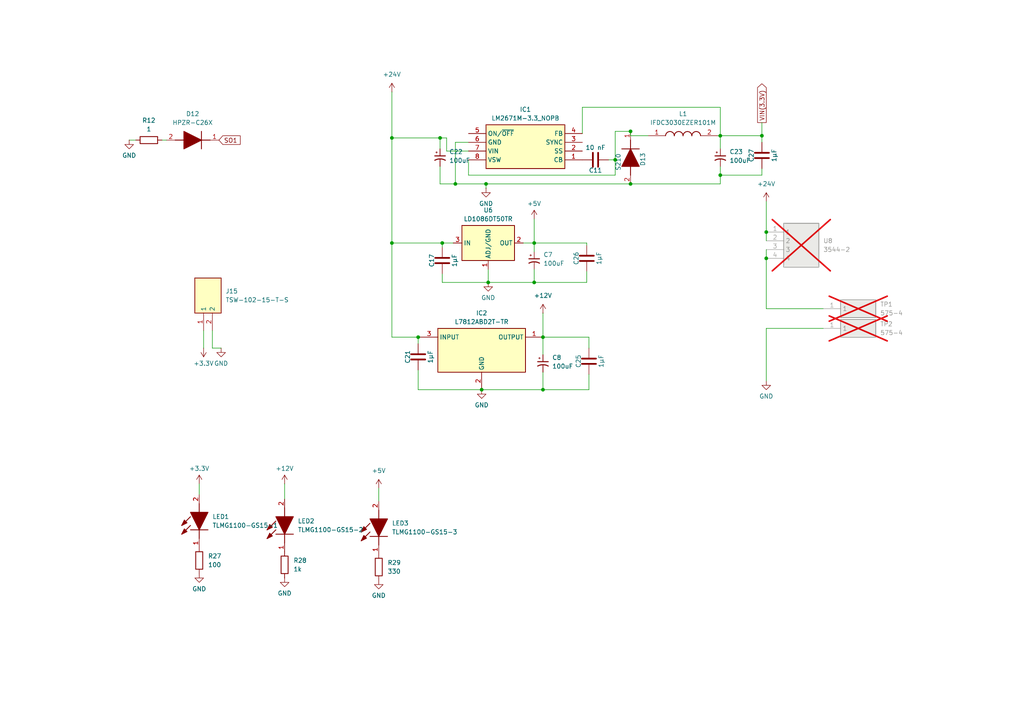
<source format=kicad_sch>
(kicad_sch (version 20231120) (generator "eeschema") (generator_version "8.0")
  (paper "A4")
  (lib_symbols
    (symbol "Device:C" (pin_numbers hide) (pin_names (offset 0.254))
      (property "Reference" "C" (at 0.635 2.54 0))
      (property "Value" "C" (at 0.635 -2.54 0))
      (symbol "C_0_1"
        (polyline (pts (xy -2.032 -0.762) (xy 2.032 -0.762)) (stroke (width 0.508)))
        (polyline (pts (xy -2.032 0.762) (xy 2.032 0.762)) (stroke (width 0.508)))
      )
      (symbol "C_1_1"
        (pin passive line (at 0 3.81 270) (length 2.794) (name "~") (number "1"))
        (pin passive line (at 0 -3.81 90) (length 2.794) (name "~") (number "2"))
      )
    )
    (symbol "Device:C_Polarized_Small_US" (pin_numbers hide) (pin_names (offset 0.254) hide)
      (property "Reference" "C" (at 0.254 1.778 0))
      (property "Value" "C_Polarized_Small_US" (at 0.254 -2.032 0))
      (symbol "C_Polarized_Small_US_0_1"
        (polyline (pts (xy -1.524 0.508) (xy 1.524 0.508)) (stroke (width 0.3048)))
        (polyline (pts (xy -1.27 1.524) (xy -0.762 1.524)))
        (polyline (pts (xy -1.016 1.27) (xy -1.016 1.778)))
        (arc (start 1.524 -0.762) (mid 0 -0.3734) (end -1.524 -0.762) (stroke (width 0.3048)))
      )
      (symbol "C_Polarized_Small_US_1_1"
        (pin passive line (at 0 2.54 270) (length 2.032) (name "~") (number "1"))
        (pin passive line (at 0 -2.54 90) (length 2.032) (name "~") (number "2"))
      )
    )
    (symbol "Device:R" (pin_numbers hide) (pin_names (offset 0))
      (property "Reference" "R" (at 2.032 0 90))
      (property "Value" "R" (at 0 0 90))
      (symbol "R_0_1"
        (rectangle (start -1.016 -2.54) (end 1.016 2.54) (stroke (width 0.254)))
      )
      (symbol "R_1_1"
        (pin passive line (at 0 3.81 270) (length 1.27) (name "~") (number "1"))
        (pin passive line (at 0 -3.81 90) (length 1.27) (name "~") (number "2"))
      )
    )
    (symbol "Regulator_Linear:LD1086DT50TR"
      (property "Reference" "U" (at 0 10.16 0))
      (property "Value" "LD1086DT50TR" (at 0 7.62 0))
      (symbol "LD1086DT50TR_1_1"
        (rectangle (start -7.62 -5.08) (end 7.62 5.08) (stroke (width 0.254)) (fill (type background)))
        (pin input line (at 0 -7.62 90) (length 2.54) (name "ADJ/GND") (number "1"))
        (pin power_out line (at 10.16 0 180) (length 2.54) (name "OUT") (number "2"))
        (pin power_in line (at -10.16 0 0) (length 2.54) (name "IN") (number "3"))
      )
    )
    (symbol "SamacSys_Parts:3544-2"
      (property "Reference" "U" (at 16.51 7.62 0))
      (property "Value" "3544-2" (at 16.51 5.08 0))
      (symbol "3544-2_1_1"
        (rectangle (start 5.08 2.54) (end 15.24 -10.16) (stroke (width 0.254)) (fill (type background)))
        (pin passive line (at 0 0 0) (length 5.08) (name "1") (number "1"))
        (pin passive line (at 0 -2.54 0) (length 5.08) (name "2") (number "2"))
        (pin passive line (at 0 -5.08 0) (length 5.08) (name "3") (number "3"))
        (pin passive line (at 0 -7.62 0) (length 5.08) (name "4") (number "4"))
      )
    )
    (symbol "SamacSys_Parts:575-4"
      (property "Reference" "TP" (at 16.51 7.62 0))
      (property "Value" "575-4" (at 16.51 5.08 0))
      (symbol "575-4_1_1"
        (rectangle (start 5.08 2.54) (end 15.24 -2.54) (stroke (width 0.254)) (fill (type background)))
        (pin passive line (at 0 0 0) (length 5.08) (name "1") (number "1"))
      )
    )
    (symbol "SamacSys_Parts:HPZR-C26X" (pin_names hide)
      (property "Reference" "D" (at 11.43 5.08 0))
      (property "Value" "HPZR-C26X" (at 11.43 2.54 0))
      (symbol "HPZR-C26X_1_1"
        (polyline (pts (xy 2.54 0) (xy 5.08 0)) (stroke (width 0.254)))
        (polyline (pts (xy 5.08 2.54) (xy 5.08 -2.54)) (stroke (width 0.254)))
        (polyline (pts (xy 10.16 0) (xy 12.7 0)) (stroke (width 0.254)))
        (polyline (pts (xy 5.08 0) (xy 10.16 2.54) (xy 10.16 -2.54) (xy 5.08 0)) (stroke (width 0.254)) (fill (type outline)))
        (pin passive line (at 0 0 0) (length 2.54) (name "K") (number "1"))
        (pin passive line (at 15.24 0 180) (length 2.54) (name "A") (number "2"))
      )
    )
    (symbol "SamacSys_Parts:IFDC3030EZER101M" (pin_names hide)
      (property "Reference" "L" (at 16.51 6.35 0))
      (property "Value" "IFDC3030EZER101M" (at 16.51 3.81 0))
      (symbol "IFDC3030EZER101M_1_1"
        (arc (start 7.62 0) (mid 6.35 1.219) (end 5.08 0) (stroke (width 0.254)))
        (arc (start 10.16 0) (mid 8.89 1.219) (end 7.62 0) (stroke (width 0.254)))
        (arc (start 12.7 0) (mid 11.43 1.219) (end 10.16 0) (stroke (width 0.254)))
        (arc (start 15.24 0) (mid 13.97 1.219) (end 12.7 0) (stroke (width 0.254)))
        (pin passive line (at 0 0 0) (length 5.08) (name "1") (number "1"))
        (pin passive line (at 20.32 0 180) (length 5.08) (name "2") (number "2"))
      )
    )
    (symbol "SamacSys_Parts:L7812ABD2T-TR"
      (property "Reference" "IC" (at 31.75 7.62 0))
      (property "Value" "L7812ABD2T-TR" (at 31.75 5.08 0))
      (symbol "L7812ABD2T-TR_1_1"
        (rectangle (start 5.08 2.54) (end 30.48 -10.16) (stroke (width 0.254)) (fill (type background)))
        (pin passive line (at 35.56 0 180) (length 5.08) (name "OUTPUT") (number "1"))
        (pin passive line (at 17.78 -15.24 90) (length 5.08) (name "GND") (number "2"))
        (pin passive line (at 0 0 0) (length 5.08) (name "INPUT") (number "3"))
      )
    )
    (symbol "SamacSys_Parts:LM2671M-3.3_NOPB"
      (property "Reference" "IC" (at 29.21 7.62 0))
      (property "Value" "LM2671M-3.3_NOPB" (at 29.21 5.08 0))
      (symbol "LM2671M-3.3_NOPB_1_1"
        (rectangle (start 5.08 2.54) (end 27.94 -10.16) (stroke (width 0.254)) (fill (type background)))
        (pin passive line (at 0 0 0) (length 5.08) (name "CB") (number "1"))
        (pin passive line (at 0 -2.54 0) (length 5.08) (name "SS") (number "2"))
        (pin passive line (at 0 -5.08 0) (length 5.08) (name "SYNC") (number "3"))
        (pin passive line (at 0 -7.62 0) (length 5.08) (name "FB") (number "4"))
        (pin passive line (at 33.02 -7.62 180) (length 5.08) (name "ON/~{OFF}") (number "5"))
        (pin passive line (at 33.02 -5.08 180) (length 5.08) (name "GND") (number "6"))
        (pin passive line (at 33.02 -2.54 180) (length 5.08) (name "VIN") (number "7"))
        (pin passive line (at 33.02 0 180) (length 5.08) (name "VSW") (number "8"))
      )
    )
    (symbol "SamacSys_Parts:S210" (pin_names hide)
      (property "Reference" "D" (at 11.43 5.08 0))
      (property "Value" "S210" (at 11.43 2.54 0))
      (symbol "S210_1_1"
        (polyline (pts (xy 2.54 0) (xy 5.08 0)) (stroke (width 0.254)))
        (polyline (pts (xy 5.08 2.54) (xy 5.08 -2.54)) (stroke (width 0.254)))
        (polyline (pts (xy 10.16 0) (xy 12.7 0)) (stroke (width 0.254)))
        (polyline (pts (xy 5.08 0) (xy 10.16 2.54) (xy 10.16 -2.54) (xy 5.08 0)) (stroke (width 0.254)) (fill (type outline)))
        (pin passive line (at 0 0 0) (length 2.54) (name "K") (number "1"))
        (pin passive line (at 15.24 0 180) (length 2.54) (name "A") (number "2"))
      )
    )
    (symbol "SamacSys_Parts:TLMG1100-GS15" (pin_names hide)
      (property "Reference" "LED" (at 12.7 8.89 0))
      (property "Value" "TLMG1100-GS15" (at 12.7 6.35 0))
      (symbol "TLMG1100-GS15_1_1"
        (polyline (pts (xy 2.54 0) (xy 5.08 0)) (stroke (width 0.254)))
        (polyline (pts (xy 5.08 2.54) (xy 5.08 -2.54)) (stroke (width 0.254)))
        (polyline (pts (xy 6.35 2.54) (xy 3.81 5.08)) (stroke (width 0.254)))
        (polyline (pts (xy 8.89 2.54) (xy 6.35 5.08)) (stroke (width 0.254)))
        (polyline (pts (xy 10.16 0) (xy 12.7 0)) (stroke (width 0.254)))
        (polyline (pts (xy 5.08 0) (xy 10.16 2.54) (xy 10.16 -2.54) (xy 5.08 0)) (stroke (width 0.254)) (fill (type outline)))
        (polyline (pts (xy 5.334 4.318) (xy 4.572 3.556) (xy 3.81 5.08) (xy 5.334 4.318)) (stroke (width 0.254)) (fill (type outline)))
        (polyline (pts (xy 7.874 4.318) (xy 7.112 3.556) (xy 6.35 5.08) (xy 7.874 4.318)) (stroke (width 0.254)) (fill (type outline)))
        (pin passive line (at 0 0 0) (length 2.54) (name "K") (number "1"))
        (pin passive line (at 15.24 0 180) (length 2.54) (name "A") (number "2"))
      )
    )
    (symbol "SamacSys_Parts:TSW-102-15-T-S"
      (property "Reference" "J" (at 16.51 7.62 0))
      (property "Value" "TSW-102-15-T-S" (at 16.51 5.08 0))
      (symbol "TSW-102-15-T-S_1_1"
        (rectangle (start 5.08 2.54) (end 15.24 -5.08) (stroke (width 0.254)) (fill (type background)))
        (pin passive line (at 0 0 0) (length 5.08) (name "1") (number "1"))
        (pin passive line (at 0 -2.54 0) (length 5.08) (name "2") (number "2"))
      )
    )
    (symbol "power:+12V" (power) (pin_numbers hide) (pin_names (offset 0) hide)
      (property "Value" "+12V" (at 0 3.556 0))
      (symbol "+12V_0_1"
        (polyline (pts (xy -0.762 1.27) (xy 0 2.54)))
        (polyline (pts (xy 0 0) (xy 0 2.54)))
        (polyline (pts (xy 0 2.54) (xy 0.762 1.27)))
      )
      (symbol "+12V_1_1"
        (pin power_in line (at 0 0 90) (length 0) (name "~") (number "1"))
      )
    )
    (symbol "power:+24V" (power) (pin_numbers hide) (pin_names (offset 0) hide)
      (property "Value" "+24V" (at 0 3.556 0))
      (symbol "+24V_0_1"
        (polyline (pts (xy -0.762 1.27) (xy 0 2.54)))
        (polyline (pts (xy 0 0) (xy 0 2.54)))
        (polyline (pts (xy 0 2.54) (xy 0.762 1.27)))
      )
      (symbol "+24V_1_1"
        (pin power_in line (at 0 0 90) (length 0) (name "~") (number "1"))
      )
    )
    (symbol "power:+3.3V" (power) (pin_numbers hide) (pin_names (offset 0) hide)
      (property "Value" "+3.3V" (at 0 3.556 0))
      (symbol "+3.3V_0_1"
        (polyline (pts (xy -0.762 1.27) (xy 0 2.54)))
        (polyline (pts (xy 0 0) (xy 0 2.54)))
        (polyline (pts (xy 0 2.54) (xy 0.762 1.27)))
      )
      (symbol "+3.3V_1_1"
        (pin power_in line (at 0 0 90) (length 0) (name "~") (number "1"))
      )
    )
    (symbol "power:+5V" (power) (pin_numbers hide) (pin_names (offset 0) hide)
      (property "Value" "+5V" (at 0 3.556 0))
      (symbol "+5V_0_1"
        (polyline (pts (xy -0.762 1.27) (xy 0 2.54)))
        (polyline (pts (xy 0 0) (xy 0 2.54)))
        (polyline (pts (xy 0 2.54) (xy 0.762 1.27)))
      )
      (symbol "+5V_1_1"
        (pin power_in line (at 0 0 90) (length 0) (name "~") (number "1"))
      )
    )
    (symbol "power:GND" (power) (pin_numbers hide) (pin_names (offset 0) hide)
      (property "Value" "GND" (at 0 -3.81 0))
      (symbol "GND_0_1"
        (polyline (pts (xy 0 0) (xy 0 -1.27) (xy 1.27 -1.27) (xy 0 -2.54) (xy -1.27 -1.27) (xy 0 -1.27)))
      )
      (symbol "GND_1_1"
        (pin power_in line (at 0 0 270) (length 0) (name "~") (number "1"))
      )
    )
  )
  (junction (at 208.915 39.37))
  (junction (at 182.88 38.1))
  (junction (at 157.48 97.79))
  (junction (at 222.25 67.31))
  (junction (at 222.25 74.93))
  (junction (at 127.635 40.005))
  (junction (at 113.665 70.485))
  (junction (at 121.285 97.79))
  (junction (at 154.94 70.485))
  (junction (at 113.665 40.005))
  (junction (at 182.88 53.34))
  (junction (at 128.27 70.485))
  (junction (at 154.94 81.915))
  (junction (at 208.915 50.8))
  (junction (at 178.435 46.355))
  (junction (at 132.08 53.34))
  (junction (at 157.48 113.03))
  (junction (at 139.7 113.03))
  (junction (at 141.605 81.915))
  (junction (at 220.98 39.37))
  (junction (at 140.97 53.34))
  (wire (pts (xy 135.89 50.8) (xy 178.435 50.8)))
  (wire (pts (xy 170.18 78.74) (xy 170.18 81.915)))
  (wire (pts (xy 127.635 53.34) (xy 132.08 53.34)))
  (wire (pts (xy 222.25 58.42) (xy 222.25 67.31)))
  (wire (pts (xy 129.54 40.005) (xy 127.635 40.005)))
  (wire (pts (xy 238.76 95.25) (xy 222.25 95.25)))
  (wire (pts (xy 182.88 53.34) (xy 208.915 53.34)))
  (wire (pts (xy 135.89 43.815) (xy 129.54 43.815)))
  (wire (pts (xy 208.915 50.8) (xy 220.98 50.8)))
  (wire (pts (xy 170.18 70.485) (xy 154.94 70.485)))
  (wire (pts (xy 113.665 40.005) (xy 113.665 70.485)))
  (wire (pts (xy 208.28 39.37) (xy 208.915 39.37)))
  (wire (pts (xy 208.915 39.37) (xy 220.98 39.37)))
  (wire (pts (xy 208.915 53.34) (xy 208.915 50.8)))
  (wire (pts (xy 208.915 39.37) (xy 208.915 43.18)))
  (wire (pts (xy 121.285 97.79) (xy 121.285 99.695)))
  (wire (pts (xy 140.97 54.61) (xy 140.97 53.34)))
  (wire (pts (xy 154.94 73.025) (xy 154.94 70.485)))
  (wire (pts (xy 132.08 41.275) (xy 132.08 53.34)))
  (wire (pts (xy 178.435 38.1) (xy 182.88 38.1)))
  (wire (pts (xy 182.88 39.37) (xy 187.96 39.37)))
  (wire (pts (xy 170.18 71.12) (xy 170.18 70.485)))
  (wire (pts (xy 132.08 53.34) (xy 140.97 53.34)))
  (wire (pts (xy 222.25 89.535) (xy 238.76 89.535)))
  (wire (pts (xy 178.435 46.355) (xy 178.435 50.8)))
  (wire (pts (xy 170.815 113.03) (xy 157.48 113.03)))
  (wire (pts (xy 129.54 43.815) (xy 129.54 40.005)))
  (wire (pts (xy 128.27 79.375) (xy 128.27 81.915)))
  (wire (pts (xy 127.635 40.005) (xy 127.635 43.18)))
  (wire (pts (xy 157.48 113.03) (xy 157.48 107.95)))
  (wire (pts (xy 208.915 48.26) (xy 208.915 50.8)))
  (wire (pts (xy 178.435 38.1) (xy 178.435 46.355)))
  (wire (pts (xy 170.18 81.915) (xy 154.94 81.915)))
  (wire (pts (xy 61.595 100.965) (xy 64.135 100.965)))
  (wire (pts (xy 135.89 46.355) (xy 135.89 50.8)))
  (wire (pts (xy 220.98 48.895) (xy 220.98 50.8)))
  (wire (pts (xy 127.635 48.26) (xy 127.635 53.34)))
  (wire (pts (xy 128.27 71.755) (xy 128.27 70.485)))
  (wire (pts (xy 140.97 53.34) (xy 182.88 53.34)))
  (wire (pts (xy 154.94 63.5) (xy 154.94 70.485)))
  (wire (pts (xy 222.25 72.39) (xy 222.25 74.93)))
  (wire (pts (xy 113.665 26.67) (xy 113.665 40.005)))
  (wire (pts (xy 113.665 97.79) (xy 121.285 97.79)))
  (wire (pts (xy 154.94 70.485) (xy 151.765 70.485)))
  (wire (pts (xy 59.055 95.885) (xy 59.055 100.965)))
  (wire (pts (xy 170.815 108.585) (xy 170.815 113.03)))
  (wire (pts (xy 222.25 95.25) (xy 222.25 110.49)))
  (wire (pts (xy 61.595 95.885) (xy 61.595 100.965)))
  (wire (pts (xy 220.98 39.37) (xy 220.98 41.275)))
  (wire (pts (xy 128.27 70.485) (xy 131.445 70.485)))
  (wire (pts (xy 220.98 35.56) (xy 220.98 39.37)))
  (wire (pts (xy 82.55 144.78) (xy 82.55 140.335)))
  (wire (pts (xy 121.285 107.315) (xy 121.285 113.03)))
  (wire (pts (xy 37.465 40.64) (xy 39.37 40.64)))
  (wire (pts (xy 222.25 67.31) (xy 222.25 69.85)))
  (wire (pts (xy 141.605 81.915) (xy 154.94 81.915)))
  (wire (pts (xy 139.7 113.03) (xy 121.285 113.03)))
  (wire (pts (xy 46.99 40.64) (xy 48.26 40.64)))
  (wire (pts (xy 109.855 141.605) (xy 109.855 145.415)))
  (wire (pts (xy 154.94 81.915) (xy 154.94 78.105)))
  (wire (pts (xy 113.665 40.005) (xy 127.635 40.005)))
  (wire (pts (xy 208.915 31.115) (xy 208.915 39.37)))
  (wire (pts (xy 113.665 70.485) (xy 113.665 97.79)))
  (wire (pts (xy 139.7 113.03) (xy 157.48 113.03)))
  (wire (pts (xy 170.815 97.79) (xy 170.815 100.965)))
  (wire (pts (xy 182.88 39.37) (xy 182.88 38.1)))
  (wire (pts (xy 157.48 97.79) (xy 157.48 102.87)))
  (wire (pts (xy 222.25 74.93) (xy 222.25 89.535)))
  (wire (pts (xy 157.48 90.805) (xy 157.48 97.79)))
  (wire (pts (xy 113.665 70.485) (xy 128.27 70.485)))
  (wire (pts (xy 157.48 97.79) (xy 170.815 97.79)))
  (wire (pts (xy 57.785 140.335) (xy 57.785 143.51)))
  (wire (pts (xy 168.91 38.735) (xy 168.91 31.115)))
  (wire (pts (xy 121.285 97.79) (xy 121.92 97.79)))
  (wire (pts (xy 176.53 46.355) (xy 178.435 46.355)))
  (wire (pts (xy 128.27 81.915) (xy 141.605 81.915)))
  (wire (pts (xy 141.605 81.915) (xy 141.605 78.105)))
  (wire (pts (xy 168.91 31.115) (xy 208.915 31.115)))
  (wire (pts (xy 135.89 41.275) (xy 132.08 41.275)))
  (global_label "VIN(3.3V)" (shape output) (at 220.98 35.56 90) (property "Intersheetrefs" "${INTERSHEET_REFS}" (effects (hide yes))))
  (global_label "SO1" (shape input) (at 63.5 40.64 0) (property "Intersheetrefs" "${INTERSHEET_REFS}" (effects (hide yes))))
  (symbol (lib_id "power:+24V") (at 113.665 26.67 0) (unit 1)
    (property "Reference" "#PWR025" (effects (hide yes)))
    (property "Value" "+24V" (at 113.665 21.59 0))
    (property "Description" "Power symbol creates a global label with name \"+24V\"" (effects (hide yes)))
  )
  (symbol (lib_id "power:GND") (at 140.97 54.61 0) (unit 1)
    (property "Reference" "#PWR026" (effects (hide yes)))
    (property "Value" "GND" (at 140.97 59.055 0))
    (property "Description" "Power symbol creates a global label with name \"GND\" , ground" (effects (hide yes)))
  )
  (symbol (lib_id "power:+24V") (at 222.25 58.42 0) (unit 1)
    (property "Reference" "#PWR030" (effects (hide yes)))
    (property "Value" "+24V" (at 222.25 53.34 0))
    (property "Description" "Power symbol creates a global label with name \"+24V\"" (effects (hide yes)))
  )
  (symbol (lib_id "Device:R") (at 82.55 163.83 180) (unit 1)
    (property "Reference" "R28" (at 85.09 162.5599 0) (effects (justify right)))
    (property "Value" "1k" (at 85.09 165.0999 0) (effects (justify right)))
    (property "Footprint" "Resistor_SMD:R_0805_2012Metric_Pad1.20x1.40mm_HandSolder" (effects (hide yes)))
    (property "Description" "Resistor" (effects (hide yes)))
    (property "LCSC Part#" "C95781" (effects (hide yes)))
  )
  (symbol (lib_id "power:GND") (at 37.465 40.64 0) (unit 1)
    (property "Reference" "#PWR020" (effects (hide yes)))
    (property "Value" "GND" (at 37.465 45.085 0))
    (property "Description" "Power symbol creates a global label with name \"GND\" , ground" (effects (hide yes)))
  )
  (symbol (lib_id "Device:C") (at 128.27 75.565 0) (unit 1)
    (property "Reference" "C17" (at 125.222 75.565 90))
    (property "Value" "1µF" (at 131.826 75.565 90))
    (property "Footprint" "Resistor_SMD:R_0805_2012Metric_Pad1.20x1.40mm_HandSolder" (effects (hide yes)))
    (property "Description" "Unpolarized capacitor" (effects (hide yes)))
    (property "LCSC Part#" "C28323" (effects (hide yes)))
  )
  (symbol (lib_id "Device:C_Polarized_Small_US") (at 127.635 45.72 0) (unit 1)
    (property "Reference" "C22" (at 130.302 44.0182 0) (effects (justify left)))
    (property "Value" "100uF" (at 130.302 46.5582 0) (effects (justify left)))
    (property "Footprint" "SamacSys_Parts:EEE1AA101SP" (effects (hide yes)))
    (property "Description" "Polarized capacitor, small US symbol" (effects (hide yes)))
    (property "LCSC Part#" "C128464" (effects (hide yes)))
  )
  (symbol (lib_id "power:+12V") (at 157.48 90.805 0) (unit 1)
    (property "Reference" "#PWR044" (effects (hide yes)))
    (property "Value" "+12V" (at 157.48 85.725 0))
    (property "Description" "Power symbol creates a global label with name \"+12V\"" (effects (hide yes)))
  )
  (symbol (lib_id "SamacSys_Parts:L7812ABD2T-TR") (at 121.92 97.79 0) (unit 1)
    (property "Reference" "IC2" (at 139.7 90.805 0))
    (property "Value" "L7812ABD2T-TR" (at 139.7 93.345 0))
    (property "Footprint" "L7812ABD2TTR" (effects (hide yes)))
    (property "Datasheet" "https://componentsearchengine.com/Datasheets/1/L7812ABD2T-TR.pdf" (effects (hide yes)))
    (property "Description" "Linear Voltage Regulators" (effects (hide yes)))
    (property "Height" "4.7" (effects (hide yes)))
    (property "Manufacturer_Name" "STMicroelectronics" (effects (hide yes)))
    (property "Manufacturer_Part_Number" "L7812ABD2T-TR" (effects (hide yes)))
    (property "Mouser Part Number" "511-L7812ABD2T-TR" (effects (hide yes)))
    (property "Mouser Price/Stock" "https://www.mouser.co.uk/ProductDetail/STMicroelectronics/L7812ABD2T-TR?qs=llfGyK1OjE3hWetai%252BQcKg%3D%3D" (effects (hide yes)))
    (property "Arrow Part Number" "L7812ABD2T-TR" (effects (hide yes)))
    (property "Arrow Price/Stock" "https://www.arrow.com/en/products/l7812abd2t-tr/stmicroelectronics?utm_currency=USD&region=nac" (effects (hide yes)))
    (property "LCSC Part#" "C186698" (effects (hide yes)))
  )
  (symbol (lib_id "power:+3.3V") (at 59.055 100.965 180) (unit 1)
    (property "Reference" "#PWR016" (effects (hide yes)))
    (property "Value" "+3.3V" (at 59.055 105.41 0))
    (property "Description" "Power symbol creates a global label with name \"+3.3V\"" (effects (hide yes)))
  )
  (symbol (lib_id "power:GND") (at 139.7 113.03 0) (unit 1)
    (property "Reference" "#PWR041" (effects (hide yes)))
    (property "Value" "GND" (at 139.7 117.475 0))
    (property "Description" "Power symbol creates a global label with name \"GND\" , ground" (effects (hide yes)))
  )
  (symbol (lib_id "power:GND") (at 57.785 166.37 0) (unit 1)
    (property "Reference" "#PWR028" (effects (hide yes)))
    (property "Value" "GND" (at 57.785 170.815 0))
    (property "Description" "Power symbol creates a global label with name \"GND\" , ground" (effects (hide yes)))
  )
  (symbol (lib_id "Regulator_Linear:LD1086DT50TR") (at 141.605 70.485 0) (unit 1)
    (property "Reference" "U6" (at 141.605 60.96 0))
    (property "Value" "LD1086DT50TR" (at 141.605 63.5 0))
    (property "Footprint" "Package_TO_SOT_SMD:TO-252-2" (effects (hide yes)))
    (property "Datasheet" "https://www.st.com/resource/en/datasheet/ld1086.pdf" (effects (hide yes)))
    (property "Description" "Positive, 1.5A 30V, Linear Regulator, Fixed Output 5V, TO-252" (effects (hide yes)))
    (property "LCSC Part#" "C164853" (effects (hide yes)))
  )
  (symbol (lib_id "Device:R") (at 109.855 164.465 180) (unit 1)
    (property "Reference" "R29" (at 112.395 163.1949 0) (effects (justify right)))
    (property "Value" "330" (at 112.395 165.7349 0) (effects (justify right)))
    (property "Footprint" "Resistor_SMD:R_0805_2012Metric_Pad1.20x1.40mm_HandSolder" (effects (hide yes)))
    (property "Description" "Resistor" (effects (hide yes)))
    (property "LCSC Part#" "C4129769" (effects (hide yes)))
  )
  (symbol (lib_id "power:+12V") (at 82.55 140.335 0) (unit 1)
    (property "Reference" "#PWR029" (effects (hide yes)))
    (property "Value" "+12V" (at 82.55 135.89 0))
    (property "Description" "Power symbol creates a global label with name \"+12V\"" (effects (hide yes)))
  )
  (symbol (lib_id "SamacSys_Parts:3544-2") (at 222.25 67.31 0) (unit 1) (dnp yes)
    (property "Reference" "U8" (at 238.76 69.8499 0) (effects (justify left)))
    (property "Value" "3544-2" (at 238.76 72.3899 0) (effects (justify left)))
    (property "Footprint" "SamacSys_Parts:3544-2" (effects (hide yes)))
    (property "Datasheet" "http://www.keyelco.com/product-pdf.cfm?p=1376" (effects (hide yes)))
    (property "Description" "KEYSTONE - 3544-2 - FUSE HOLDER, 20A" (effects (hide yes)))
    (property "Manufacturer_Name" "Keystone Electronics" (effects (hide yes)))
    (property "Manufacturer_Part_Number" "3544-2" (effects (hide yes)))
    (property "Mouser Part Number" "534-3544-2" (effects (hide yes)))
    (property "Mouser Price/Stock" "https://www.mouser.co.uk/ProductDetail/Keystone-Electronics/3544-2?qs=zfzUrXoPZmgpv1XvMy4yHg%3D%3D" (effects (hide yes)))
    (property "Arrow Part Number" "3544-2" (effects (hide yes)))
    (property "Arrow Price/Stock" "https://www.arrow.com/en/products/3544-2/keystone-electronics?utm_currency=USD&region=europe" (effects (hide yes)))
  )
  (symbol (lib_id "Device:R") (at 43.18 40.64 270) (unit 1)
    (property "Reference" "R12" (at 43.18 34.925 90))
    (property "Value" "1" (at 43.18 37.465 90))
    (property "Footprint" "Resistor_SMD:R_0805_2012Metric_Pad1.20x1.40mm_HandSolder" (effects (hide yes)))
    (property "Description" "Resistor" (effects (hide yes)))
    (property "LCSC Part#" "C4129769" (effects (hide yes)))
  )
  (symbol (lib_id "Device:C_Polarized_Small_US") (at 208.915 45.72 0) (unit 1)
    (property "Reference" "C23" (at 211.582 44.0182 0) (effects (justify left)))
    (property "Value" "100uF" (at 211.582 46.5582 0) (effects (justify left)))
    (property "Footprint" "SamacSys_Parts:EEE1AA101SP" (effects (hide yes)))
    (property "Description" "Polarized capacitor, small US symbol" (effects (hide yes)))
    (property "LCSC Part#" "C128464" (effects (hide yes)))
  )
  (symbol (lib_id "power:GND") (at 222.25 110.49 0) (unit 1)
    (property "Reference" "#PWR031" (effects (hide yes)))
    (property "Value" "GND" (at 222.25 114.935 0))
    (property "Description" "Power symbol creates a global label with name \"GND\" , ground" (effects (hide yes)))
  )
  (symbol (lib_id "SamacSys_Parts:TSW-102-15-T-S") (at 59.055 95.885 90) (unit 1)
    (property "Reference" "J15" (at 65.405 84.4549 90) (effects (justify right)))
    (property "Value" "TSW-102-15-T-S" (at 65.405 86.9949 90) (effects (justify right)))
    (property "Footprint" "SamacSys_Parts:TSW-102-XX-YY-S" (effects (hide yes)))
    (property "Datasheet" "http://suddendocs.samtec.com/prints/tsw-xxx-xx-xxx-x-xx-xxx-mkt.pdf" (effects (hide yes)))
    (property "Description" "2 Position, Single Row, Classic PCB Header Strips, 0.100&quot; pitch" (effects (hide yes)))
    (property "Mouser Part Number" "200-TSW10215TS" (effects (hide yes)))
    (property "Mouser Price/Stock" "https://www.mouser.co.uk/ProductDetail/Samtec/TSW-102-15-T-S?qs=rU5fayqh%252BE17aFMwqvHWLA%3D%3D" (effects (hide yes)))
    (property "Manufacturer_Name" "SAMTEC" (effects (hide yes)))
    (property "Manufacturer_Part_Number" "TSW-102-15-T-S" (effects (hide yes)))
  )
  (symbol (lib_id "power:GND") (at 141.605 81.915 0) (unit 1)
    (property "Reference" "#PWR036" (effects (hide yes)))
    (property "Value" "GND" (at 141.605 86.36 0))
    (property "Description" "Power symbol creates a global label with name \"GND\" , ground" (effects (hide yes)))
  )
  (symbol (lib_id "Device:R") (at 57.785 162.56 180) (unit 1)
    (property "Reference" "R27" (at 60.325 161.2899 0) (effects (justify right)))
    (property "Value" "100" (at 60.325 163.8299 0) (effects (justify right)))
    (property "Footprint" "Resistor_SMD:R_0805_2012Metric_Pad1.20x1.40mm_HandSolder" (effects (hide yes)))
    (property "Description" "Resistor" (effects (hide yes)))
    (property "LCSC Part#" "C115423" (effects (hide yes)))
  )
  (symbol (lib_id "power:GND") (at 82.55 167.64 0) (unit 1)
    (property "Reference" "#PWR032" (effects (hide yes)))
    (property "Value" "GND" (at 82.55 172.085 0))
    (property "Description" "Power symbol creates a global label with name \"GND\" , ground" (effects (hide yes)))
  )
  (symbol (lib_id "Device:C_Polarized_Small_US") (at 157.48 105.41 0) (unit 1)
    (property "Reference" "C8" (at 160.147 103.7082 0) (effects (justify left)))
    (property "Value" "100uF" (at 160.147 106.2482 0) (effects (justify left)))
    (property "Footprint" "SamacSys_Parts:EEE1AA101SP" (effects (hide yes)))
    (property "Description" "Polarized capacitor, small US symbol" (effects (hide yes)))
    (property "LCSC Part#" "C128464" (effects (hide yes)))
  )
  (symbol (lib_id "SamacSys_Parts:TLMG1100-GS15") (at 109.855 160.655 90) (unit 1)
    (property "Reference" "LED3" (at 113.665 151.7649 90) (effects (justify right)))
    (property "Value" "TLMG1100-GS15-3" (at 113.665 154.3049 90) (effects (justify right)))
    (property "Footprint" "Resistor_SMD:R_0805_2012Metric_Pad1.20x1.40mm_HandSolder" (effects (hide yes)))
    (property "Datasheet" "https://www.vishay.com/docs/83173/tlmx1100.pdf" (effects (hide yes)))
    (property "Description" "Standard LEDs - SMD CHIPLED(SMD 0603-LED) GREEN U.BRIGHT-E4" (effects (hide yes)))
    (property "Height" "0.65" (effects (hide yes)))
    (property "Mouser Part Number" "78-TLMG1100-GS15" (effects (hide yes)))
    (property "Mouser Price/Stock" "https://www.mouser.co.uk/ProductDetail/Vishay-Semiconductors/TLMG1100-GS15?qs=vvQtp7zwQdObPNLeC1kn7g%3D%3D" (effects (hide yes)))
    (property "Manufacturer_Name" "Vishay" (effects (hide yes)))
    (property "Manufacturer_Part_Number" "TLMG1100-GS15" (effects (hide yes)))
    (property "LCSC Part#" "C434436" (effects (hide yes)))
  )
  (symbol (lib_id "SamacSys_Parts:HPZR-C26X") (at 63.5 40.64 180) (unit 1)
    (property "Reference" "D12" (at 55.88 33.02 0))
    (property "Value" "HPZR-C26X" (at 55.88 35.56 0))
    (property "Footprint" "SamacSys_Parts:HPZRC26X" (effects (hide yes)))
    (property "Datasheet" "https://assets.nexperia.com/documents/data-sheet/HPZR_SER.pdf" (effects (hide yes)))
    (property "Description" "vp_HPZR_SER - High power voltage regulator diodes@en-us" (effects (hide yes)))
    (property "Height" "1.1" (effects (hide yes)))
    (property "Manufacturer_Name" "Nexperia" (effects (hide yes)))
    (property "Manufacturer_Part_Number" "HPZR-C26X" (effects (hide yes)))
  )
  (symbol (lib_id "Device:C") (at 220.98 45.085 0) (unit 1)
    (property "Reference" "C27" (at 217.932 45.085 90))
    (property "Value" "1µF" (at 224.536 45.085 90))
    (property "Footprint" "Resistor_SMD:R_0805_2012Metric_Pad1.20x1.40mm_HandSolder" (effects (hide yes)))
    (property "Description" "Unpolarized capacitor" (effects (hide yes)))
    (property "LCSC Part#" "C28323" (effects (hide yes)))
  )
  (symbol (lib_id "Device:C") (at 172.72 46.355 90) (unit 1)
    (property "Reference" "C11" (at 172.72 49.403 90))
    (property "Value" "10 nF" (at 172.72 42.799 90))
    (property "Footprint" "Resistor_SMD:R_0805_2012Metric_Pad1.20x1.40mm_HandSolder" (effects (hide yes)))
    (property "Description" "Unpolarized capacitor" (effects (hide yes)))
    (property "LCSC Part#" "C28323" (effects (hide yes)))
  )
  (symbol (lib_id "power:GND") (at 64.135 100.965 0) (unit 1)
    (property "Reference" "#PWR019" (effects (hide yes)))
    (property "Value" "GND" (at 64.135 105.41 0))
    (property "Description" "Power symbol creates a global label with name \"GND\" , ground" (effects (hide yes)))
  )
  (symbol (lib_id "SamacSys_Parts:575-4") (at 238.76 95.25 0) (unit 1) (dnp yes)
    (property "Reference" "TP2" (at 255.27 93.9799 0) (effects (justify left)))
    (property "Value" "575-4" (at 255.27 96.5199 0) (effects (justify left)))
    (property "Footprint" "SamacSys_Parts:5754" (effects (hide yes)))
    (property "Datasheet" "https://www.keyelco.com/product.cfm/product_id/2379" (effects (hide yes)))
    (property "Description" "Test Plugs & Test Jacks NON-INSUL JACK .218\" BRASS NICKEL PLTD" (effects (hide yes)))
    (property "Height" "2.49" (effects (hide yes)))
    (property "Mouser Part Number" "534-575-4" (effects (hide yes)))
    (property "Mouser Price/Stock" "https://www.mouser.co.uk/ProductDetail/Keystone-Electronics/575-4?qs=w4ABFRoM%2FL8pPaUzIDyX8Q%3D%3D" (effects (hide yes)))
    (property "Manufacturer_Name" "Keystone Electronics" (effects (hide yes)))
    (property "Manufacturer_Part_Number" "575-4" (effects (hide yes)))
  )
  (symbol (lib_id "power:+5V") (at 154.94 63.5 0) (unit 1)
    (property "Reference" "#PWR037" (effects (hide yes)))
    (property "Value" "+5V" (at 154.94 59.055 0))
    (property "Description" "Power symbol creates a global label with name \"+5V\"" (effects (hide yes)))
  )
  (symbol (lib_id "power:+5V") (at 109.855 141.605 0) (unit 1)
    (property "Reference" "#PWR033" (effects (hide yes)))
    (property "Value" "+5V" (at 109.855 136.525 0))
    (property "Description" "Power symbol creates a global label with name \"+5V\"" (effects (hide yes)))
  )
  (symbol (lib_id "SamacSys_Parts:IFDC3030EZER101M") (at 187.96 39.37 0) (unit 1)
    (property "Reference" "L1" (at 198.12 33.02 0))
    (property "Value" "IFDC3030EZER101M" (at 198.12 35.56 0))
    (property "Footprint" "SamacSys_Parts:IFDC3030EZER101M" (effects (hide yes)))
    (property "Datasheet" "https://www.vishay.com/docs/34634/ifdc3030ez.pdf" (effects (hide yes)))
    (property "Description" "100 H Shielded Drum Core, Wirewound Inductor 600 mA 610mOhm Max Nonstandard, -40C ~ 105C" (effects (hide yes)))
    (property "Height" "5" (effects (hide yes)))
    (property "Mouser Part Number" "70-IFDC3030EZER101M" (effects (hide yes)))
    (property "Mouser Price/Stock" "https://www.mouser.co.uk/ProductDetail/Vishay-Dale/IFDC3030EZER101M?qs=iLKYxzqNS76MdVQy6oVcaA%3D%3D" (effects (hide yes)))
    (property "Manufacturer_Name" "Vishay" (effects (hide yes)))
    (property "Manufacturer_Part_Number" "IFDC3030EZER101M" (effects (hide yes)))
  )
  (symbol (lib_id "SamacSys_Parts:TLMG1100-GS15") (at 82.55 160.02 90) (unit 1)
    (property "Reference" "LED2" (at 86.36 151.1299 90) (effects (justify right)))
    (property "Value" "TLMG1100-GS15-2" (at 86.36 153.6699 90) (effects (justify right)))
    (property "Footprint" "Resistor_SMD:R_0805_2012Metric_Pad1.20x1.40mm_HandSolder" (effects (hide yes)))
    (property "Datasheet" "https://www.vishay.com/docs/83173/tlmx1100.pdf" (effects (hide yes)))
    (property "Description" "Standard LEDs - SMD CHIPLED(SMD 0603-LED) GREEN U.BRIGHT-E4" (effects (hide yes)))
    (property "Height" "0.65" (effects (hide yes)))
    (property "Mouser Part Number" "78-TLMG1100-GS15" (effects (hide yes)))
    (property "Mouser Price/Stock" "https://www.mouser.co.uk/ProductDetail/Vishay-Semiconductors/TLMG1100-GS15?qs=vvQtp7zwQdObPNLeC1kn7g%3D%3D" (effects (hide yes)))
    (property "Manufacturer_Name" "Vishay" (effects (hide yes)))
    (property "Manufacturer_Part_Number" "TLMG1100-GS15" (effects (hide yes)))
    (property "LCSC Part#" "C434436" (effects (hide yes)))
  )
  (symbol (lib_id "Device:C_Polarized_Small_US") (at 154.94 75.565 0) (unit 1)
    (property "Reference" "C7" (at 157.607 73.8632 0) (effects (justify left)))
    (property "Value" "100uF" (at 157.607 76.4032 0) (effects (justify left)))
    (property "Footprint" "SamacSys_Parts:EEE1AA101SP" (effects (hide yes)))
    (property "Description" "Polarized capacitor, small US symbol" (effects (hide yes)))
    (property "LCSC Part#" "C128464" (effects (hide yes)))
  )
  (symbol (lib_id "SamacSys_Parts:TLMG1100-GS15") (at 57.785 158.75 90) (unit 1)
    (property "Reference" "LED1" (at 61.595 149.8599 90) (effects (justify right)))
    (property "Value" "TLMG1100-GS15-1" (at 61.595 152.3999 90) (effects (justify right)))
    (property "Footprint" "Resistor_SMD:R_0805_2012Metric_Pad1.20x1.40mm_HandSolder" (effects (hide yes)))
    (property "Datasheet" "https://www.vishay.com/docs/83173/tlmx1100.pdf" (effects (hide yes)))
    (property "Description" "Standard LEDs - SMD CHIPLED(SMD 0603-LED) GREEN U.BRIGHT-E4" (effects (hide yes)))
    (property "Height" "0.65" (effects (hide yes)))
    (property "Mouser Part Number" "78-TLMG1100-GS15" (effects (hide yes)))
    (property "Mouser Price/Stock" "https://www.mouser.co.uk/ProductDetail/Vishay-Semiconductors/TLMG1100-GS15?qs=vvQtp7zwQdObPNLeC1kn7g%3D%3D" (effects (hide yes)))
    (property "Manufacturer_Name" "Vishay" (effects (hide yes)))
    (property "Manufacturer_Part_Number" "TLMG1100-GS15" (effects (hide yes)))
    (property "LCSC Part#" "C434436" (effects (hide yes)))
  )
  (symbol (lib_id "power:GND") (at 109.855 168.275 0) (unit 1)
    (property "Reference" "#PWR034" (effects (hide yes)))
    (property "Value" "GND" (at 109.855 172.72 0))
    (property "Description" "Power symbol creates a global label with name \"GND\" , ground" (effects (hide yes)))
  )
  (symbol (lib_id "SamacSys_Parts:S210") (at 182.88 38.1 270) (unit 1)
    (property "Reference" "D13" (at 186.436 46.228 0))
    (property "Value" "S210" (at 179.324 46.99 0))
    (property "Footprint" "SamacSys_Parts:DIOM5336X265N" (effects (hide yes)))
    (property "Datasheet" "https://componentsearchengine.com/Datasheets/2/S210.pdf" (effects (hide yes)))
    (property "Description" "Schottky Rectifier 100V 2A SMB Fairchild S210, SMT Schottky Diode, 100V 2A, 2-Pin DO-214AA" (effects (hide yes)))
    (property "Height" "2.65" (effects (hide yes)))
    (property "Manufacturer_Name" "onsemi" (effects (hide yes)))
    (property "Manufacturer_Part_Number" "S210" (effects (hide yes)))
    (property "Mouser Part Number" "512-S210" (effects (hide yes)))
    (property "Mouser Price/Stock" "https://www.mouser.co.uk/ProductDetail/onsemi-Fairchild/S210?qs=AZz8fAaf6P8Z3sSHK1AJhA%3D%3D" (effects (hide yes)))
    (property "Arrow Part Number" "S210" (effects (hide yes)))
    (property "Arrow Price/Stock" "https://www.arrow.com/en/products/s210/on-semiconductor?region=nac" (effects (hide yes)))
    (property "LCSC Part#" "C184977" (effects (hide yes)))
  )
  (symbol (lib_id "SamacSys_Parts:575-4") (at 238.76 89.535 0) (unit 1) (dnp yes)
    (property "Reference" "TP1" (at 255.27 88.2649 0) (effects (justify left)))
    (property "Value" "575-4" (at 255.27 90.8049 0) (effects (justify left)))
    (property "Footprint" "SamacSys_Parts:5754" (effects (hide yes)))
    (property "Datasheet" "https://www.keyelco.com/product.cfm/product_id/2379" (effects (hide yes)))
    (property "Description" "Test Plugs & Test Jacks NON-INSUL JACK .218\" BRASS NICKEL PLTD" (effects (hide yes)))
    (property "Height" "2.49" (effects (hide yes)))
    (property "Mouser Part Number" "534-575-4" (effects (hide yes)))
    (property "Mouser Price/Stock" "https://www.mouser.co.uk/ProductDetail/Keystone-Electronics/575-4?qs=w4ABFRoM%2FL8pPaUzIDyX8Q%3D%3D" (effects (hide yes)))
    (property "Manufacturer_Name" "Keystone Electronics" (effects (hide yes)))
    (property "Manufacturer_Part_Number" "575-4" (effects (hide yes)))
  )
  (symbol (lib_id "power:+3.3V") (at 57.785 140.335 0) (unit 1)
    (property "Reference" "#PWR027" (effects (hide yes)))
    (property "Value" "+3.3V" (at 57.785 135.89 0))
    (property "Description" "Power symbol creates a global label with name \"+3.3V\"" (effects (hide yes)))
  )
  (symbol (lib_id "Device:C") (at 170.815 104.775 0) (unit 1)
    (property "Reference" "C25" (at 167.767 104.775 90))
    (property "Value" "1µF" (at 174.371 104.775 90))
    (property "Footprint" "Resistor_SMD:R_0805_2012Metric_Pad1.20x1.40mm_HandSolder" (effects (hide yes)))
    (property "Description" "Unpolarized capacitor" (effects (hide yes)))
    (property "LCSC Part#" "C28323" (effects (hide yes)))
  )
  (symbol (lib_id "Device:C") (at 170.18 74.93 0) (unit 1)
    (property "Reference" "C26" (at 167.132 74.93 90))
    (property "Value" "1µF" (at 173.736 74.93 90))
    (property "Footprint" "Resistor_SMD:R_0805_2012Metric_Pad1.20x1.40mm_HandSolder" (effects (hide yes)))
    (property "Description" "Unpolarized capacitor" (effects (hide yes)))
    (property "LCSC Part#" "C28323" (effects (hide yes)))
  )
  (symbol (lib_id "Device:C") (at 121.285 103.505 0) (unit 1)
    (property "Reference" "C21" (at 118.237 103.505 90))
    (property "Value" "1µF" (at 124.841 103.505 90))
    (property "Footprint" "Resistor_SMD:R_0805_2012Metric_Pad1.20x1.40mm_HandSolder" (effects (hide yes)))
    (property "Description" "Unpolarized capacitor" (effects (hide yes)))
    (property "LCSC Part#" "C28323" (effects (hide yes)))
  )
  (symbol (lib_id "SamacSys_Parts:LM2671M-3.3_NOPB") (at 168.91 46.355 180) (unit 1)
    (property "Reference" "IC1" (at 152.4 31.75 0))
    (property "Value" "LM2671M-3.3_NOPB" (at 152.4 34.29 0))
    (property "Footprint" "SOIC127P600X175-8N" (effects (hide yes)))
    (property "Datasheet" "http://www.ti.com/lit/ds/symlink/lm2671.pdf" (effects (hide yes)))
    (property "Description" "SIMPLE SWITCHER Power Converter High Efficiency 500mA Step-Down Voltage Regulator with Features" (effects (hide yes)))
    (property "Height" "1.75" (effects (hide yes)))
    (property "Mouser Part Number" "926-LM2671M-3.3/NOPB" (effects (hide yes)))
    (property "Mouser Price/Stock" "https://www.mouser.co.uk/ProductDetail/Texas-Instruments/LM2671M-3.3-NOPB?qs=X1J7HmVL2ZGj%2Fzp2pYcMEQ%3D%3D" (effects (hide yes)))
    (property "Manufacturer_Name" "Texas Instruments" (effects (hide yes)))
    (property "Manufacturer_Part_Number" "LM2671M-3.3/NOPB" (effects (hide yes)))
  )
)
</source>
